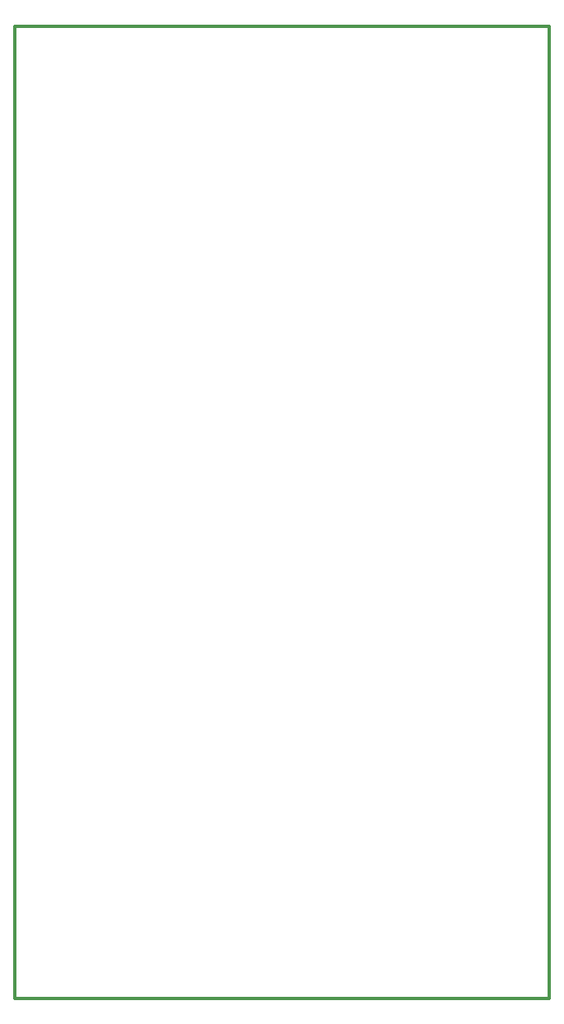
<source format=gko>
%FSLAX43Y43*%
%MOMM*%
G71*
G01*
G75*
%ADD10C,0.300*%
%ADD11C,4.000*%
%ADD12C,2.000*%
%ADD13C,4.100*%
%ADD14C,5.000*%
%ADD15C,2.000*%
%ADD16C,4.203*%
%ADD17C,2.203*%
%ADD18C,4.303*%
%ADD19C,5.203*%
D10*
X0Y0D02*
X55000D01*
Y100000D01*
X0D02*
X55000D01*
X0Y0D02*
Y100000D01*
M02*

</source>
